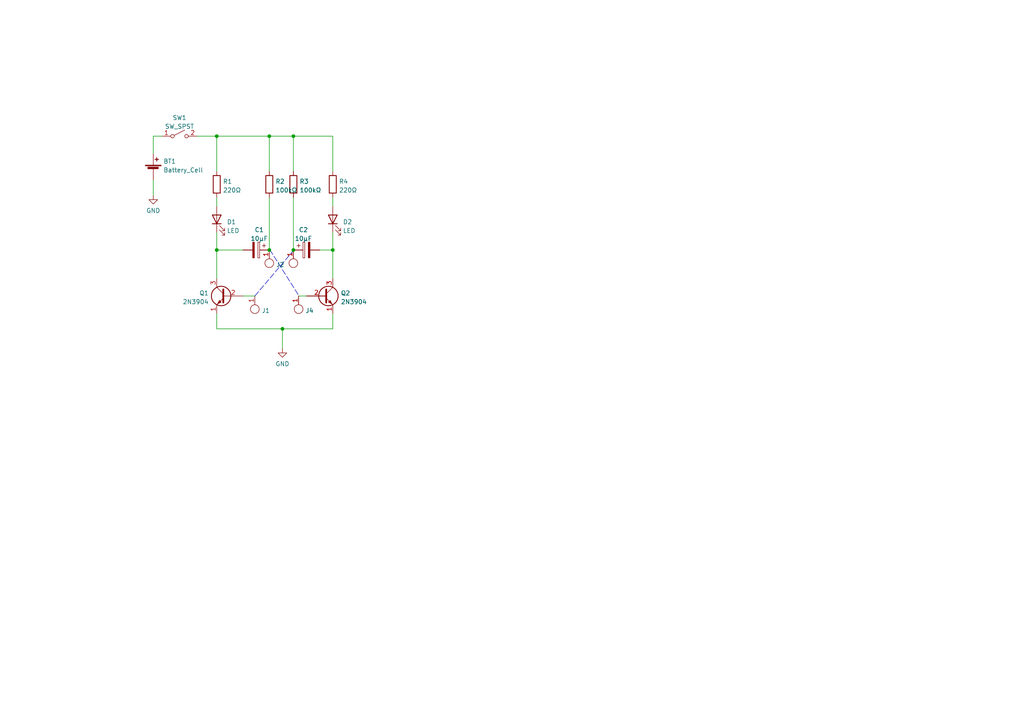
<source format=kicad_sch>
(kicad_sch (version 20211123) (generator eeschema)
  (paper "A4")
  (lib_symbols
    (symbol "Blinky:Jumper_1"
      (property "Reference" "J" (at 0 -2.54 0))
      (symbol "Jumper_1_0_1"
        (circle (center 0 0) (radius 1.27) (stroke (width 0.1524)))
      )
      (symbol "Jumper_1_1_1"
        (pin unspecified line (at 3.81 0 180) (length 2.54) (name "") (number "1"))
      )
    )
    (symbol "Device:Battery_Cell" (pin_numbers hide) (pin_names (offset 0) hide)
      (property "Reference" "BT" (at 2.54 2.54 0))
      (property "Value" "Battery_Cell" (at 2.54 0 0))
      (symbol "Battery_Cell_0_1"
        (rectangle (start -2.286 1.778) (end 2.286 1.524) (fill (type outline)))
        (rectangle (start -1.5748 1.1938) (end 1.4732 0.6858) (fill (type outline)))
        (polyline (pts (xy 0 0.762) (xy 0 0)))
        (polyline (pts (xy 0 1.778) (xy 0 2.54)))
        (polyline (pts (xy 0.508 3.429) (xy 1.524 3.429)) (stroke (width 0.254)))
        (polyline (pts (xy 1.016 3.937) (xy 1.016 2.921)) (stroke (width 0.254)))
      )
      (symbol "Battery_Cell_1_1"
        (pin passive line (at 0 5.08 270) (length 2.54) (name "+") (number "1"))
        (pin passive line (at 0 -2.54 90) (length 2.54) (name "-") (number "2"))
      )
    )
    (symbol "Device:C_Polarized" (pin_numbers hide) (pin_names (offset 0.254))
      (property "Reference" "C" (at 0.635 2.54 0))
      (property "Value" "C_Polarized" (at 0.635 -2.54 0))
      (symbol "C_Polarized_0_1"
        (rectangle (start -2.286 0.508) (end 2.286 1.016))
        (polyline (pts (xy -1.778 2.286) (xy -0.762 2.286)))
        (polyline (pts (xy -1.27 2.794) (xy -1.27 1.778)))
        (rectangle (start 2.286 -0.508) (end -2.286 -1.016) (fill (type outline)))
      )
      (symbol "C_Polarized_1_1"
        (pin passive line (at 0 3.81 270) (length 2.794) (name "~") (number "1"))
        (pin passive line (at 0 -3.81 90) (length 2.794) (name "~") (number "2"))
      )
    )
    (symbol "Device:LED" (pin_numbers hide) (pin_names (offset 1.016) hide)
      (property "Reference" "D" (at 0 2.54 0))
      (property "Value" "LED" (at 0 -2.54 0))
      (symbol "LED_0_1"
        (polyline (pts (xy -1.27 -1.27) (xy -1.27 1.27)) (stroke (width 0.254)))
        (polyline (pts (xy -1.27 0) (xy 1.27 0)))
        (polyline (pts (xy 1.27 -1.27) (xy 1.27 1.27) (xy -1.27 0) (xy 1.27 -1.27)) (stroke (width 0.254)))
        (polyline (pts (xy -3.048 -0.762) (xy -4.572 -2.286) (xy -3.81 -2.286) (xy -4.572 -2.286) (xy -4.572 -1.524)))
        (polyline (pts (xy -1.778 -0.762) (xy -3.302 -2.286) (xy -2.54 -2.286) (xy -3.302 -2.286) (xy -3.302 -1.524)))
      )
      (symbol "LED_1_1"
        (pin passive line (at -3.81 0 0) (length 2.54) (name "K") (number "1"))
        (pin passive line (at 3.81 0 180) (length 2.54) (name "A") (number "2"))
      )
    )
    (symbol "Device:R" (pin_numbers hide) (pin_names (offset 0))
      (property "Reference" "R" (at 2.032 0 90))
      (property "Value" "R" (at 0 0 90))
      (symbol "R_0_1"
        (rectangle (start -1.016 -2.54) (end 1.016 2.54) (stroke (width 0.254)))
      )
      (symbol "R_1_1"
        (pin passive line (at 0 3.81 270) (length 1.27) (name "~") (number "1"))
        (pin passive line (at 0 -3.81 90) (length 1.27) (name "~") (number "2"))
      )
    )
    (symbol "Switch:SW_SPST" (pin_names (offset 0) hide)
      (property "Reference" "SW" (at 0 3.175 0))
      (property "Value" "SW_SPST" (at 0 -2.54 0))
      (symbol "SW_SPST_0_0"
        (circle (center -2.032 0) (radius 0.508))
        (polyline (pts (xy -1.524 0.254) (xy 1.524 1.778)))
        (circle (center 2.032 0) (radius 0.508))
      )
      (symbol "SW_SPST_1_1"
        (pin passive line (at -5.08 0 0) (length 2.54) (name "A") (number "1"))
        (pin passive line (at 5.08 0 180) (length 2.54) (name "B") (number "2"))
      )
    )
    (symbol "Transistor_BJT:2N3904" (pin_names (offset 0) hide)
      (property "Reference" "Q" (at 5.08 1.905 0))
      (property "Value" "2N3904" (at 5.08 0 0))
      (symbol "2N3904_0_1"
        (polyline (pts (xy 0.635 0.635) (xy 2.54 2.54)))
        (polyline (pts (xy 0.635 -0.635) (xy 2.54 -2.54) (xy 2.54 -2.54)))
        (polyline (pts (xy 0.635 1.905) (xy 0.635 -1.905) (xy 0.635 -1.905)) (stroke (width 0.508)))
        (polyline (pts (xy 1.27 -1.778) (xy 1.778 -1.27) (xy 2.286 -2.286) (xy 1.27 -1.778) (xy 1.27 -1.778)) (fill (type outline)))
        (circle (center 1.27 0) (radius 2.8194) (stroke (width 0.254)))
      )
      (symbol "2N3904_1_1"
        (pin passive line (at 2.54 -5.08 90) (length 2.54) (name "E") (number "1"))
        (pin passive line (at -5.08 0 0) (length 5.715) (name "B") (number "2"))
        (pin passive line (at 2.54 5.08 270) (length 2.54) (name "C") (number "3"))
      )
    )
    (symbol "power:GND" (power) (pin_names (offset 0))
      (property "Value" "GND" (at 0 -3.81 0))
      (symbol "GND_0_1"
        (polyline (pts (xy 0 0) (xy 0 -1.27) (xy 1.27 -1.27) (xy 0 -2.54) (xy -1.27 -1.27) (xy 0 -1.27)))
      )
      (symbol "GND_1_1"
        (pin power_in line (at 0 0 270) (length 0) hide (name "GND") (number "1"))
      )
    )
  )
  (junction (at 78.105 39.497))
  (junction (at 62.865 72.517))
  (junction (at 96.52 72.517))
  (junction (at 78.105 72.517))
  (junction (at 85.09 72.517))
  (junction (at 81.915 95.377))
  (junction (at 62.865 39.497))
  (junction (at 85.09 39.497))
  (wire (pts (xy 96.52 95.377) (xy 96.52 90.932)))
  (wire (pts (xy 62.865 39.497) (xy 62.865 49.657)))
  (wire (pts (xy 62.865 95.377) (xy 81.915 95.377)))
  (wire (pts (xy 86.614 85.852) (xy 88.9 85.852)))
  (wire (pts (xy 62.865 57.277) (xy 62.865 59.817)))
  (wire (pts (xy 57.15 39.497) (xy 62.865 39.497)))
  (wire (pts (xy 92.71 72.517) (xy 96.52 72.517)))
  (wire (pts (xy 96.52 67.437) (xy 96.52 72.517)))
  (wire (pts (xy 81.915 95.377) (xy 96.52 95.377)))
  (wire (pts (xy 85.09 39.497) (xy 85.09 49.657)))
  (wire (pts (xy 62.865 90.932) (xy 62.865 95.377)))
  (wire (pts (xy 96.52 49.657) (xy 96.52 39.497)))
  (polyline (pts (xy 73.914 85.852) (xy 85.344 72.39)))
  (wire (pts (xy 44.45 39.497) (xy 46.99 39.497)))
  (wire (pts (xy 78.105 57.277) (xy 78.105 72.517)))
  (polyline (pts (xy 78.232 72.39) (xy 86.741 85.852)))
  (wire (pts (xy 96.52 57.277) (xy 96.52 59.817)))
  (wire (pts (xy 44.45 44.577) (xy 44.45 39.497)))
  (wire (pts (xy 70.485 85.852) (xy 73.914 85.852)))
  (wire (pts (xy 85.09 57.277) (xy 85.09 72.517)))
  (wire (pts (xy 96.52 39.497) (xy 85.09 39.497)))
  (wire (pts (xy 44.45 56.642) (xy 44.45 52.197)))
  (wire (pts (xy 96.52 72.517) (xy 96.52 80.772)))
  (wire (pts (xy 62.865 72.517) (xy 62.865 80.772)))
  (wire (pts (xy 78.105 39.497) (xy 62.865 39.497)))
  (wire (pts (xy 78.105 39.497) (xy 78.105 49.657)))
  (wire (pts (xy 81.915 95.377) (xy 81.915 101.092)))
  (wire (pts (xy 85.09 39.497) (xy 78.105 39.497)))
  (wire (pts (xy 62.865 67.437) (xy 62.865 72.517)))
  (wire (pts (xy 62.865 72.517) (xy 70.485 72.517)))
  (symbol (lib_id "Device:C_Polarized") (at 74.295 72.517 270) (unit 1)
    (property "Reference" "C1" (at 75.184 66.6582 90))
    (property "Value" "10μF" (at 75.184 69.1951 90))
    (property "Footprint" "Capacitor_THT:CP_Radial_D5.0mm_P2.50mm" (effects hide))
  )
  (symbol (lib_id "Device:R") (at 78.105 53.467 0) (unit 1)
    (property "Reference" "R2" (at 79.883 52.6323 0) (effects (justify left)))
    (property "Value" "100kΩ" (at 79.883 55.1692 0) (effects (justify left)))
    (property "Footprint" "Resistor_THT:R_Axial_DIN0207_L6.3mm_D2.5mm_P2.54mm_Vertical" (effects hide))
  )
  (symbol (lib_id "power:GND") (at 81.915 101.092 0) (unit 1)
    (property "Reference" "#PWR0101" (effects hide))
    (property "Value" "GND" (at 81.915 105.5354 0))
  )
  (symbol (lib_id "Transistor_BJT:2N3904") (at 65.405 85.852 0) (mirror y) (unit 1)
    (property "Reference" "Q1" (at 60.5537 85.0173 0) (effects (justify left)))
    (property "Value" "2N3904" (at 60.5537 87.5542 0) (effects (justify left)))
    (property "Footprint" "Package_TO_SOT_THT:TO-92_Inline" (effects hide))
    (property "Datasheet" "https://www.onsemi.com/pub/Collateral/2N3903-D.PDF" (effects hide))
  )
  (symbol (lib_id "Blinky:Jumper_1") (at 73.914 89.662 90) (unit 1)
    (property "Reference" "J1" (at 75.8952 90.0958 90) (effects (justify right)))
    (property "Value" "Jumper_1" (effects hide))
    (property "Footprint" "TestPoint:TestPoint_THTPad_2.0x2.0mm_Drill1.0mm" (effects hide))
  )
  (symbol (lib_id "Device:LED") (at 62.865 63.627 90) (unit 1)
    (property "Reference" "D1" (at 65.786 64.3798 90) (effects (justify right)))
    (property "Value" "LED" (at 65.786 66.9167 90) (effects (justify right)))
    (property "Footprint" "LED_THT:LED_D5.0mm" (effects hide))
  )
  (symbol (lib_id "Device:C_Polarized") (at 88.9 72.517 90) (mirror x) (unit 1)
    (property "Reference" "C2" (at 88.011 66.6582 90))
    (property "Value" "10μF" (at 88.011 69.1951 90))
    (property "Footprint" "Capacitor_THT:CP_Radial_D5.0mm_P2.50mm" (effects hide))
  )
  (symbol (lib_id "Blinky:Jumper_1") (at 85.09 76.327 90) (unit 1)
    (property "Reference" "J3" (at 87.0712 76.7608 90) (effects (justify right)))
    (property "Value" "Jumper_1" (effects hide))
    (property "Footprint" "TestPoint:TestPoint_THTPad_2.0x2.0mm_Drill1.0mm" (effects hide))
    (property "Reference" "J3" (effects hide))
    (property "Value" "Jumper_1" (effects hide))
  )
  (symbol (lib_id "Device:Battery_Cell") (at 44.45 49.657 0) (unit 1)
    (property "Reference" "BT1" (at 47.371 46.7903 0) (effects (justify left)))
    (property "Value" "Battery_Cell" (at 47.371 49.3272 0) (effects (justify left)))
    (property "Footprint" "Battery:BatteryHolder_Keystone_3000_1x12mm" (effects hide))
  )
  (symbol (lib_id "Device:R") (at 96.52 53.467 0) (unit 1)
    (property "Reference" "R4" (at 98.298 52.6323 0) (effects (justify left)))
    (property "Value" "220Ω" (at 98.298 55.1692 0) (effects (justify left)))
    (property "Footprint" "Resistor_THT:R_Axial_DIN0207_L6.3mm_D2.5mm_P2.54mm_Vertical" (effects hide))
  )
  (symbol (lib_id "Device:R") (at 62.865 53.467 0) (unit 1)
    (property "Reference" "R1" (at 64.643 52.6323 0) (effects (justify left)))
    (property "Value" "220Ω" (at 64.643 55.1692 0) (effects (justify left)))
    (property "Footprint" "Resistor_THT:R_Axial_DIN0207_L6.3mm_D2.5mm_P2.54mm_Vertical" (effects hide))
  )
  (symbol (lib_id "Transistor_BJT:2N3904") (at 93.98 85.852 0) (unit 1)
    (property "Reference" "Q2" (at 98.8314 85.0173 0) (effects (justify left)))
    (property "Value" "2N3904" (at 98.8314 87.5542 0) (effects (justify left)))
    (property "Footprint" "Package_TO_SOT_THT:TO-92_Inline" (effects hide))
    (property "Datasheet" "https://www.onsemi.com/pub/Collateral/2N3903-D.PDF" (effects hide))
  )
  (symbol (lib_id "Device:R") (at 85.09 53.467 0) (unit 1)
    (property "Reference" "R3" (at 86.868 52.6323 0) (effects (justify left)))
    (property "Value" "100kΩ" (at 86.868 55.1692 0) (effects (justify left)))
    (property "Footprint" "Resistor_THT:R_Axial_DIN0207_L6.3mm_D2.5mm_P2.54mm_Vertical" (effects hide))
  )
  (symbol (lib_id "Blinky:Jumper_1") (at 86.614 89.662 90) (unit 1)
    (property "Reference" "J4" (at 88.5952 90.0958 90) (effects (justify right)))
    (property "Value" "Jumper_1" (effects hide))
    (property "Footprint" "TestPoint:TestPoint_THTPad_2.0x2.0mm_Drill1.0mm" (effects hide))
  )
  (symbol (lib_id "Device:LED") (at 96.52 63.627 90) (unit 1)
    (property "Reference" "D2" (at 99.441 64.3798 90) (effects (justify right)))
    (property "Value" "LED" (at 99.441 66.9167 90) (effects (justify right)))
    (property "Footprint" "LED_THT:LED_D5.0mm" (effects hide))
  )
  (symbol (lib_id "Switch:SW_SPST") (at 52.07 39.497 0) (unit 1)
    (property "Reference" "SW1" (at 52.07 34.1462 0))
    (property "Value" "SW_SPST" (at 52.07 36.6831 0))
    (property "Footprint" "Blinky_ZAM:SSK-1202" (effects hide))
  )
  (symbol (lib_id "power:GND") (at 44.45 56.642 0) (unit 1)
    (property "Reference" "#PWR0102" (effects hide))
    (property "Value" "GND" (at 44.45 61.0854 0))
  )
  (symbol (lib_id "Blinky:Jumper_1") (at 78.105 76.327 90) (unit 1)
    (property "Reference" "J2" (at 80.0862 76.7608 90) (effects (justify right)))
    (property "Value" "Jumper_1" (effects hide))
    (property "Footprint" "TestPoint:TestPoint_THTPad_2.0x2.0mm_Drill1.0mm" (effects hide))
  )
)
</source>
